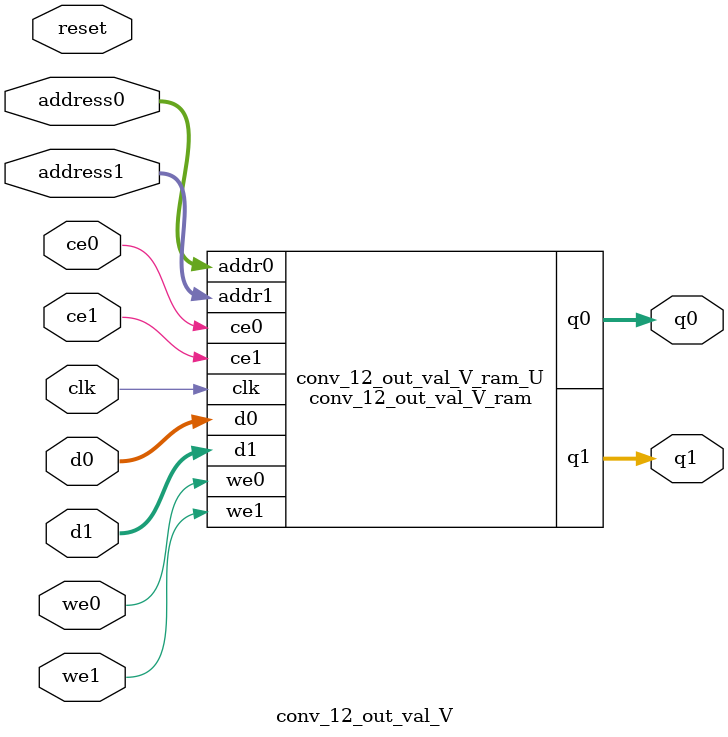
<source format=v>

`timescale 1 ns / 1 ps
module conv_12_out_val_V_ram (addr0, ce0, d0, we0, q0, addr1, ce1, d1, we1, q1,  clk);

parameter DWIDTH = 16;
parameter AWIDTH = 5;
parameter MEM_SIZE = 32;

input[AWIDTH-1:0] addr0;
input ce0;
input[DWIDTH-1:0] d0;
input we0;
output reg[DWIDTH-1:0] q0;
input[AWIDTH-1:0] addr1;
input ce1;
input[DWIDTH-1:0] d1;
input we1;
output reg[DWIDTH-1:0] q1;
input clk;

(* ram_style = "block" *)reg [DWIDTH-1:0] ram[0:MEM_SIZE-1];




always @(posedge clk)  
begin 
    if (ce0) 
    begin
        if (we0) 
        begin 
            ram[addr0] <= d0; 
            q0 <= d0;
        end 
        else 
            q0 <= ram[addr0];
    end
end


always @(posedge clk)  
begin 
    if (ce1) 
    begin
        if (we1) 
        begin 
            ram[addr1] <= d1; 
            q1 <= d1;
        end 
        else 
            q1 <= ram[addr1];
    end
end


endmodule


`timescale 1 ns / 1 ps
module conv_12_out_val_V(
    reset,
    clk,
    address0,
    ce0,
    we0,
    d0,
    q0,
    address1,
    ce1,
    we1,
    d1,
    q1);

parameter DataWidth = 32'd16;
parameter AddressRange = 32'd32;
parameter AddressWidth = 32'd5;
input reset;
input clk;
input[AddressWidth - 1:0] address0;
input ce0;
input we0;
input[DataWidth - 1:0] d0;
output[DataWidth - 1:0] q0;
input[AddressWidth - 1:0] address1;
input ce1;
input we1;
input[DataWidth - 1:0] d1;
output[DataWidth - 1:0] q1;



conv_12_out_val_V_ram conv_12_out_val_V_ram_U(
    .clk( clk ),
    .addr0( address0 ),
    .ce0( ce0 ),
    .d0( d0 ),
    .we0( we0 ),
    .q0( q0 ),
    .addr1( address1 ),
    .ce1( ce1 ),
    .d1( d1 ),
    .we1( we1 ),
    .q1( q1 ));

endmodule


</source>
